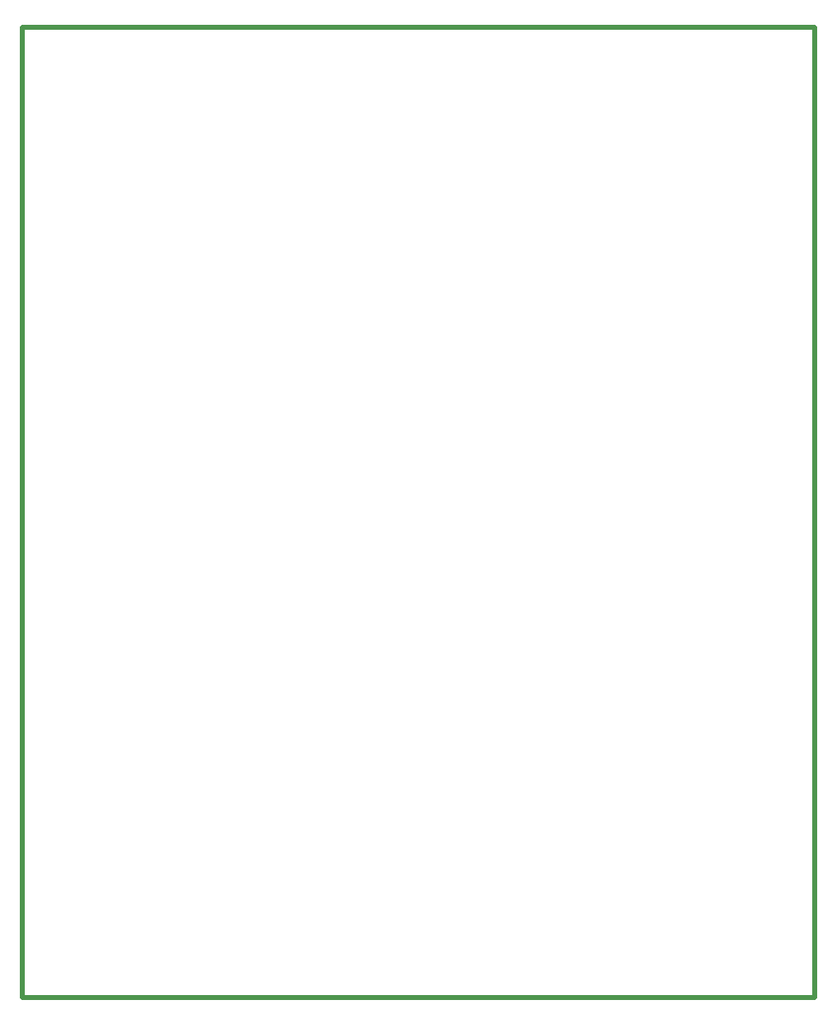
<source format=gko>
G04*
G04 #@! TF.GenerationSoftware,Altium Limited,Altium Designer,21.9.2 (33)*
G04*
G04 Layer_Color=16711935*
%FSLAX25Y25*%
%MOIN*%
G70*
G04*
G04 #@! TF.SameCoordinates,93054606-FE03-420F-9484-365B998A07D4*
G04*
G04*
G04 #@! TF.FilePolarity,Positive*
G04*
G01*
G75*
%ADD61C,0.02000*%
D61*
X11000D02*
Y391000D01*
X330500D01*
Y0D02*
Y391000D01*
X11000Y0D02*
X330500D01*
M02*

</source>
